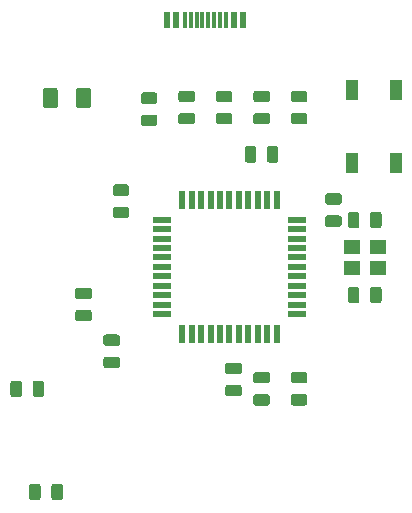
<source format=gbr>
G04 #@! TF.GenerationSoftware,KiCad,Pcbnew,(5.1.5)-3*
G04 #@! TF.CreationDate,2020-05-08T22:50:54-04:00*
G04 #@! TF.ProjectId,metropolislefty,6d657472-6f70-46f6-9c69-736c65667479,rev?*
G04 #@! TF.SameCoordinates,Original*
G04 #@! TF.FileFunction,Paste,Bot*
G04 #@! TF.FilePolarity,Positive*
%FSLAX46Y46*%
G04 Gerber Fmt 4.6, Leading zero omitted, Abs format (unit mm)*
G04 Created by KiCad (PCBNEW (5.1.5)-3) date 2020-05-08 22:50:54*
%MOMM*%
%LPD*%
G04 APERTURE LIST*
%ADD10C,0.100000*%
%ADD11R,0.600000X1.450000*%
%ADD12R,0.300000X1.450000*%
%ADD13R,1.500000X0.550000*%
%ADD14R,0.550000X1.500000*%
%ADD15R,1.400000X1.200000*%
%ADD16R,1.100000X1.800000*%
G04 APERTURE END LIST*
D10*
G36*
X92280142Y-95651174D02*
G01*
X92303803Y-95654684D01*
X92327007Y-95660496D01*
X92349529Y-95668554D01*
X92371153Y-95678782D01*
X92391670Y-95691079D01*
X92410883Y-95705329D01*
X92428607Y-95721393D01*
X92444671Y-95739117D01*
X92458921Y-95758330D01*
X92471218Y-95778847D01*
X92481446Y-95800471D01*
X92489504Y-95822993D01*
X92495316Y-95846197D01*
X92498826Y-95869858D01*
X92500000Y-95893750D01*
X92500000Y-96381250D01*
X92498826Y-96405142D01*
X92495316Y-96428803D01*
X92489504Y-96452007D01*
X92481446Y-96474529D01*
X92471218Y-96496153D01*
X92458921Y-96516670D01*
X92444671Y-96535883D01*
X92428607Y-96553607D01*
X92410883Y-96569671D01*
X92391670Y-96583921D01*
X92371153Y-96596218D01*
X92349529Y-96606446D01*
X92327007Y-96614504D01*
X92303803Y-96620316D01*
X92280142Y-96623826D01*
X92256250Y-96625000D01*
X91343750Y-96625000D01*
X91319858Y-96623826D01*
X91296197Y-96620316D01*
X91272993Y-96614504D01*
X91250471Y-96606446D01*
X91228847Y-96596218D01*
X91208330Y-96583921D01*
X91189117Y-96569671D01*
X91171393Y-96553607D01*
X91155329Y-96535883D01*
X91141079Y-96516670D01*
X91128782Y-96496153D01*
X91118554Y-96474529D01*
X91110496Y-96452007D01*
X91104684Y-96428803D01*
X91101174Y-96405142D01*
X91100000Y-96381250D01*
X91100000Y-95893750D01*
X91101174Y-95869858D01*
X91104684Y-95846197D01*
X91110496Y-95822993D01*
X91118554Y-95800471D01*
X91128782Y-95778847D01*
X91141079Y-95758330D01*
X91155329Y-95739117D01*
X91171393Y-95721393D01*
X91189117Y-95705329D01*
X91208330Y-95691079D01*
X91228847Y-95678782D01*
X91250471Y-95668554D01*
X91272993Y-95660496D01*
X91296197Y-95654684D01*
X91319858Y-95651174D01*
X91343750Y-95650000D01*
X92256250Y-95650000D01*
X92280142Y-95651174D01*
G37*
G36*
X92280142Y-93776174D02*
G01*
X92303803Y-93779684D01*
X92327007Y-93785496D01*
X92349529Y-93793554D01*
X92371153Y-93803782D01*
X92391670Y-93816079D01*
X92410883Y-93830329D01*
X92428607Y-93846393D01*
X92444671Y-93864117D01*
X92458921Y-93883330D01*
X92471218Y-93903847D01*
X92481446Y-93925471D01*
X92489504Y-93947993D01*
X92495316Y-93971197D01*
X92498826Y-93994858D01*
X92500000Y-94018750D01*
X92500000Y-94506250D01*
X92498826Y-94530142D01*
X92495316Y-94553803D01*
X92489504Y-94577007D01*
X92481446Y-94599529D01*
X92471218Y-94621153D01*
X92458921Y-94641670D01*
X92444671Y-94660883D01*
X92428607Y-94678607D01*
X92410883Y-94694671D01*
X92391670Y-94708921D01*
X92371153Y-94721218D01*
X92349529Y-94731446D01*
X92327007Y-94739504D01*
X92303803Y-94745316D01*
X92280142Y-94748826D01*
X92256250Y-94750000D01*
X91343750Y-94750000D01*
X91319858Y-94748826D01*
X91296197Y-94745316D01*
X91272993Y-94739504D01*
X91250471Y-94731446D01*
X91228847Y-94721218D01*
X91208330Y-94708921D01*
X91189117Y-94694671D01*
X91171393Y-94678607D01*
X91155329Y-94660883D01*
X91141079Y-94641670D01*
X91128782Y-94621153D01*
X91118554Y-94599529D01*
X91110496Y-94577007D01*
X91104684Y-94553803D01*
X91101174Y-94530142D01*
X91100000Y-94506250D01*
X91100000Y-94018750D01*
X91101174Y-93994858D01*
X91104684Y-93971197D01*
X91110496Y-93947993D01*
X91118554Y-93925471D01*
X91128782Y-93903847D01*
X91141079Y-93883330D01*
X91155329Y-93864117D01*
X91171393Y-93846393D01*
X91189117Y-93830329D01*
X91208330Y-93816079D01*
X91228847Y-93803782D01*
X91250471Y-93793554D01*
X91272993Y-93785496D01*
X91296197Y-93779684D01*
X91319858Y-93776174D01*
X91343750Y-93775000D01*
X92256250Y-93775000D01*
X92280142Y-93776174D01*
G37*
G36*
X83030142Y-86969924D02*
G01*
X83053803Y-86973434D01*
X83077007Y-86979246D01*
X83099529Y-86987304D01*
X83121153Y-86997532D01*
X83141670Y-87009829D01*
X83160883Y-87024079D01*
X83178607Y-87040143D01*
X83194671Y-87057867D01*
X83208921Y-87077080D01*
X83221218Y-87097597D01*
X83231446Y-87119221D01*
X83239504Y-87141743D01*
X83245316Y-87164947D01*
X83248826Y-87188608D01*
X83250000Y-87212500D01*
X83250000Y-87700000D01*
X83248826Y-87723892D01*
X83245316Y-87747553D01*
X83239504Y-87770757D01*
X83231446Y-87793279D01*
X83221218Y-87814903D01*
X83208921Y-87835420D01*
X83194671Y-87854633D01*
X83178607Y-87872357D01*
X83160883Y-87888421D01*
X83141670Y-87902671D01*
X83121153Y-87914968D01*
X83099529Y-87925196D01*
X83077007Y-87933254D01*
X83053803Y-87939066D01*
X83030142Y-87942576D01*
X83006250Y-87943750D01*
X82093750Y-87943750D01*
X82069858Y-87942576D01*
X82046197Y-87939066D01*
X82022993Y-87933254D01*
X82000471Y-87925196D01*
X81978847Y-87914968D01*
X81958330Y-87902671D01*
X81939117Y-87888421D01*
X81921393Y-87872357D01*
X81905329Y-87854633D01*
X81891079Y-87835420D01*
X81878782Y-87814903D01*
X81868554Y-87793279D01*
X81860496Y-87770757D01*
X81854684Y-87747553D01*
X81851174Y-87723892D01*
X81850000Y-87700000D01*
X81850000Y-87212500D01*
X81851174Y-87188608D01*
X81854684Y-87164947D01*
X81860496Y-87141743D01*
X81868554Y-87119221D01*
X81878782Y-87097597D01*
X81891079Y-87077080D01*
X81905329Y-87057867D01*
X81921393Y-87040143D01*
X81939117Y-87024079D01*
X81958330Y-87009829D01*
X81978847Y-86997532D01*
X82000471Y-86987304D01*
X82022993Y-86979246D01*
X82046197Y-86973434D01*
X82069858Y-86969924D01*
X82093750Y-86968750D01*
X83006250Y-86968750D01*
X83030142Y-86969924D01*
G37*
G36*
X83030142Y-85094924D02*
G01*
X83053803Y-85098434D01*
X83077007Y-85104246D01*
X83099529Y-85112304D01*
X83121153Y-85122532D01*
X83141670Y-85134829D01*
X83160883Y-85149079D01*
X83178607Y-85165143D01*
X83194671Y-85182867D01*
X83208921Y-85202080D01*
X83221218Y-85222597D01*
X83231446Y-85244221D01*
X83239504Y-85266743D01*
X83245316Y-85289947D01*
X83248826Y-85313608D01*
X83250000Y-85337500D01*
X83250000Y-85825000D01*
X83248826Y-85848892D01*
X83245316Y-85872553D01*
X83239504Y-85895757D01*
X83231446Y-85918279D01*
X83221218Y-85939903D01*
X83208921Y-85960420D01*
X83194671Y-85979633D01*
X83178607Y-85997357D01*
X83160883Y-86013421D01*
X83141670Y-86027671D01*
X83121153Y-86039968D01*
X83099529Y-86050196D01*
X83077007Y-86058254D01*
X83053803Y-86064066D01*
X83030142Y-86067576D01*
X83006250Y-86068750D01*
X82093750Y-86068750D01*
X82069858Y-86067576D01*
X82046197Y-86064066D01*
X82022993Y-86058254D01*
X82000471Y-86050196D01*
X81978847Y-86039968D01*
X81958330Y-86027671D01*
X81939117Y-86013421D01*
X81921393Y-85997357D01*
X81905329Y-85979633D01*
X81891079Y-85960420D01*
X81878782Y-85939903D01*
X81868554Y-85918279D01*
X81860496Y-85895757D01*
X81854684Y-85872553D01*
X81851174Y-85848892D01*
X81850000Y-85825000D01*
X81850000Y-85337500D01*
X81851174Y-85313608D01*
X81854684Y-85289947D01*
X81860496Y-85266743D01*
X81868554Y-85244221D01*
X81878782Y-85222597D01*
X81891079Y-85202080D01*
X81905329Y-85182867D01*
X81921393Y-85165143D01*
X81939117Y-85149079D01*
X81958330Y-85134829D01*
X81978847Y-85122532D01*
X82000471Y-85112304D01*
X82022993Y-85104246D01*
X82046197Y-85098434D01*
X82069858Y-85094924D01*
X82093750Y-85093750D01*
X83006250Y-85093750D01*
X83030142Y-85094924D01*
G37*
D11*
X84187500Y-79132500D03*
X77737500Y-79132500D03*
X83412500Y-79132500D03*
X78512500Y-79132500D03*
D12*
X79212500Y-79132500D03*
X82712500Y-79132500D03*
X79712500Y-79132500D03*
X82212500Y-79132500D03*
X80212500Y-79132500D03*
X81712500Y-79132500D03*
X81212500Y-79132500D03*
X80712500Y-79132500D03*
D10*
G36*
X86205142Y-86969924D02*
G01*
X86228803Y-86973434D01*
X86252007Y-86979246D01*
X86274529Y-86987304D01*
X86296153Y-86997532D01*
X86316670Y-87009829D01*
X86335883Y-87024079D01*
X86353607Y-87040143D01*
X86369671Y-87057867D01*
X86383921Y-87077080D01*
X86396218Y-87097597D01*
X86406446Y-87119221D01*
X86414504Y-87141743D01*
X86420316Y-87164947D01*
X86423826Y-87188608D01*
X86425000Y-87212500D01*
X86425000Y-87700000D01*
X86423826Y-87723892D01*
X86420316Y-87747553D01*
X86414504Y-87770757D01*
X86406446Y-87793279D01*
X86396218Y-87814903D01*
X86383921Y-87835420D01*
X86369671Y-87854633D01*
X86353607Y-87872357D01*
X86335883Y-87888421D01*
X86316670Y-87902671D01*
X86296153Y-87914968D01*
X86274529Y-87925196D01*
X86252007Y-87933254D01*
X86228803Y-87939066D01*
X86205142Y-87942576D01*
X86181250Y-87943750D01*
X85268750Y-87943750D01*
X85244858Y-87942576D01*
X85221197Y-87939066D01*
X85197993Y-87933254D01*
X85175471Y-87925196D01*
X85153847Y-87914968D01*
X85133330Y-87902671D01*
X85114117Y-87888421D01*
X85096393Y-87872357D01*
X85080329Y-87854633D01*
X85066079Y-87835420D01*
X85053782Y-87814903D01*
X85043554Y-87793279D01*
X85035496Y-87770757D01*
X85029684Y-87747553D01*
X85026174Y-87723892D01*
X85025000Y-87700000D01*
X85025000Y-87212500D01*
X85026174Y-87188608D01*
X85029684Y-87164947D01*
X85035496Y-87141743D01*
X85043554Y-87119221D01*
X85053782Y-87097597D01*
X85066079Y-87077080D01*
X85080329Y-87057867D01*
X85096393Y-87040143D01*
X85114117Y-87024079D01*
X85133330Y-87009829D01*
X85153847Y-86997532D01*
X85175471Y-86987304D01*
X85197993Y-86979246D01*
X85221197Y-86973434D01*
X85244858Y-86969924D01*
X85268750Y-86968750D01*
X86181250Y-86968750D01*
X86205142Y-86969924D01*
G37*
G36*
X86205142Y-85094924D02*
G01*
X86228803Y-85098434D01*
X86252007Y-85104246D01*
X86274529Y-85112304D01*
X86296153Y-85122532D01*
X86316670Y-85134829D01*
X86335883Y-85149079D01*
X86353607Y-85165143D01*
X86369671Y-85182867D01*
X86383921Y-85202080D01*
X86396218Y-85222597D01*
X86406446Y-85244221D01*
X86414504Y-85266743D01*
X86420316Y-85289947D01*
X86423826Y-85313608D01*
X86425000Y-85337500D01*
X86425000Y-85825000D01*
X86423826Y-85848892D01*
X86420316Y-85872553D01*
X86414504Y-85895757D01*
X86406446Y-85918279D01*
X86396218Y-85939903D01*
X86383921Y-85960420D01*
X86369671Y-85979633D01*
X86353607Y-85997357D01*
X86335883Y-86013421D01*
X86316670Y-86027671D01*
X86296153Y-86039968D01*
X86274529Y-86050196D01*
X86252007Y-86058254D01*
X86228803Y-86064066D01*
X86205142Y-86067576D01*
X86181250Y-86068750D01*
X85268750Y-86068750D01*
X85244858Y-86067576D01*
X85221197Y-86064066D01*
X85197993Y-86058254D01*
X85175471Y-86050196D01*
X85153847Y-86039968D01*
X85133330Y-86027671D01*
X85114117Y-86013421D01*
X85096393Y-85997357D01*
X85080329Y-85979633D01*
X85066079Y-85960420D01*
X85053782Y-85939903D01*
X85043554Y-85918279D01*
X85035496Y-85895757D01*
X85029684Y-85872553D01*
X85026174Y-85848892D01*
X85025000Y-85825000D01*
X85025000Y-85337500D01*
X85026174Y-85313608D01*
X85029684Y-85289947D01*
X85035496Y-85266743D01*
X85043554Y-85244221D01*
X85053782Y-85222597D01*
X85066079Y-85202080D01*
X85080329Y-85182867D01*
X85096393Y-85165143D01*
X85114117Y-85149079D01*
X85133330Y-85134829D01*
X85153847Y-85122532D01*
X85175471Y-85112304D01*
X85197993Y-85104246D01*
X85221197Y-85098434D01*
X85244858Y-85094924D01*
X85268750Y-85093750D01*
X86181250Y-85093750D01*
X86205142Y-85094924D01*
G37*
G36*
X76680142Y-85238674D02*
G01*
X76703803Y-85242184D01*
X76727007Y-85247996D01*
X76749529Y-85256054D01*
X76771153Y-85266282D01*
X76791670Y-85278579D01*
X76810883Y-85292829D01*
X76828607Y-85308893D01*
X76844671Y-85326617D01*
X76858921Y-85345830D01*
X76871218Y-85366347D01*
X76881446Y-85387971D01*
X76889504Y-85410493D01*
X76895316Y-85433697D01*
X76898826Y-85457358D01*
X76900000Y-85481250D01*
X76900000Y-85968750D01*
X76898826Y-85992642D01*
X76895316Y-86016303D01*
X76889504Y-86039507D01*
X76881446Y-86062029D01*
X76871218Y-86083653D01*
X76858921Y-86104170D01*
X76844671Y-86123383D01*
X76828607Y-86141107D01*
X76810883Y-86157171D01*
X76791670Y-86171421D01*
X76771153Y-86183718D01*
X76749529Y-86193946D01*
X76727007Y-86202004D01*
X76703803Y-86207816D01*
X76680142Y-86211326D01*
X76656250Y-86212500D01*
X75743750Y-86212500D01*
X75719858Y-86211326D01*
X75696197Y-86207816D01*
X75672993Y-86202004D01*
X75650471Y-86193946D01*
X75628847Y-86183718D01*
X75608330Y-86171421D01*
X75589117Y-86157171D01*
X75571393Y-86141107D01*
X75555329Y-86123383D01*
X75541079Y-86104170D01*
X75528782Y-86083653D01*
X75518554Y-86062029D01*
X75510496Y-86039507D01*
X75504684Y-86016303D01*
X75501174Y-85992642D01*
X75500000Y-85968750D01*
X75500000Y-85481250D01*
X75501174Y-85457358D01*
X75504684Y-85433697D01*
X75510496Y-85410493D01*
X75518554Y-85387971D01*
X75528782Y-85366347D01*
X75541079Y-85345830D01*
X75555329Y-85326617D01*
X75571393Y-85308893D01*
X75589117Y-85292829D01*
X75608330Y-85278579D01*
X75628847Y-85266282D01*
X75650471Y-85256054D01*
X75672993Y-85247996D01*
X75696197Y-85242184D01*
X75719858Y-85238674D01*
X75743750Y-85237500D01*
X76656250Y-85237500D01*
X76680142Y-85238674D01*
G37*
G36*
X76680142Y-87113674D02*
G01*
X76703803Y-87117184D01*
X76727007Y-87122996D01*
X76749529Y-87131054D01*
X76771153Y-87141282D01*
X76791670Y-87153579D01*
X76810883Y-87167829D01*
X76828607Y-87183893D01*
X76844671Y-87201617D01*
X76858921Y-87220830D01*
X76871218Y-87241347D01*
X76881446Y-87262971D01*
X76889504Y-87285493D01*
X76895316Y-87308697D01*
X76898826Y-87332358D01*
X76900000Y-87356250D01*
X76900000Y-87843750D01*
X76898826Y-87867642D01*
X76895316Y-87891303D01*
X76889504Y-87914507D01*
X76881446Y-87937029D01*
X76871218Y-87958653D01*
X76858921Y-87979170D01*
X76844671Y-87998383D01*
X76828607Y-88016107D01*
X76810883Y-88032171D01*
X76791670Y-88046421D01*
X76771153Y-88058718D01*
X76749529Y-88068946D01*
X76727007Y-88077004D01*
X76703803Y-88082816D01*
X76680142Y-88086326D01*
X76656250Y-88087500D01*
X75743750Y-88087500D01*
X75719858Y-88086326D01*
X75696197Y-88082816D01*
X75672993Y-88077004D01*
X75650471Y-88068946D01*
X75628847Y-88058718D01*
X75608330Y-88046421D01*
X75589117Y-88032171D01*
X75571393Y-88016107D01*
X75555329Y-87998383D01*
X75541079Y-87979170D01*
X75528782Y-87958653D01*
X75518554Y-87937029D01*
X75510496Y-87914507D01*
X75504684Y-87891303D01*
X75501174Y-87867642D01*
X75500000Y-87843750D01*
X75500000Y-87356250D01*
X75501174Y-87332358D01*
X75504684Y-87308697D01*
X75510496Y-87285493D01*
X75518554Y-87262971D01*
X75528782Y-87241347D01*
X75541079Y-87220830D01*
X75555329Y-87201617D01*
X75571393Y-87183893D01*
X75589117Y-87167829D01*
X75608330Y-87153579D01*
X75628847Y-87141282D01*
X75650471Y-87131054D01*
X75672993Y-87122996D01*
X75696197Y-87117184D01*
X75719858Y-87113674D01*
X75743750Y-87112500D01*
X76656250Y-87112500D01*
X76680142Y-87113674D01*
G37*
G36*
X68673892Y-118363674D02*
G01*
X68697553Y-118367184D01*
X68720757Y-118372996D01*
X68743279Y-118381054D01*
X68764903Y-118391282D01*
X68785420Y-118403579D01*
X68804633Y-118417829D01*
X68822357Y-118433893D01*
X68838421Y-118451617D01*
X68852671Y-118470830D01*
X68864968Y-118491347D01*
X68875196Y-118512971D01*
X68883254Y-118535493D01*
X68889066Y-118558697D01*
X68892576Y-118582358D01*
X68893750Y-118606250D01*
X68893750Y-119518750D01*
X68892576Y-119542642D01*
X68889066Y-119566303D01*
X68883254Y-119589507D01*
X68875196Y-119612029D01*
X68864968Y-119633653D01*
X68852671Y-119654170D01*
X68838421Y-119673383D01*
X68822357Y-119691107D01*
X68804633Y-119707171D01*
X68785420Y-119721421D01*
X68764903Y-119733718D01*
X68743279Y-119743946D01*
X68720757Y-119752004D01*
X68697553Y-119757816D01*
X68673892Y-119761326D01*
X68650000Y-119762500D01*
X68162500Y-119762500D01*
X68138608Y-119761326D01*
X68114947Y-119757816D01*
X68091743Y-119752004D01*
X68069221Y-119743946D01*
X68047597Y-119733718D01*
X68027080Y-119721421D01*
X68007867Y-119707171D01*
X67990143Y-119691107D01*
X67974079Y-119673383D01*
X67959829Y-119654170D01*
X67947532Y-119633653D01*
X67937304Y-119612029D01*
X67929246Y-119589507D01*
X67923434Y-119566303D01*
X67919924Y-119542642D01*
X67918750Y-119518750D01*
X67918750Y-118606250D01*
X67919924Y-118582358D01*
X67923434Y-118558697D01*
X67929246Y-118535493D01*
X67937304Y-118512971D01*
X67947532Y-118491347D01*
X67959829Y-118470830D01*
X67974079Y-118451617D01*
X67990143Y-118433893D01*
X68007867Y-118417829D01*
X68027080Y-118403579D01*
X68047597Y-118391282D01*
X68069221Y-118381054D01*
X68091743Y-118372996D01*
X68114947Y-118367184D01*
X68138608Y-118363674D01*
X68162500Y-118362500D01*
X68650000Y-118362500D01*
X68673892Y-118363674D01*
G37*
G36*
X66798892Y-118363674D02*
G01*
X66822553Y-118367184D01*
X66845757Y-118372996D01*
X66868279Y-118381054D01*
X66889903Y-118391282D01*
X66910420Y-118403579D01*
X66929633Y-118417829D01*
X66947357Y-118433893D01*
X66963421Y-118451617D01*
X66977671Y-118470830D01*
X66989968Y-118491347D01*
X67000196Y-118512971D01*
X67008254Y-118535493D01*
X67014066Y-118558697D01*
X67017576Y-118582358D01*
X67018750Y-118606250D01*
X67018750Y-119518750D01*
X67017576Y-119542642D01*
X67014066Y-119566303D01*
X67008254Y-119589507D01*
X67000196Y-119612029D01*
X66989968Y-119633653D01*
X66977671Y-119654170D01*
X66963421Y-119673383D01*
X66947357Y-119691107D01*
X66929633Y-119707171D01*
X66910420Y-119721421D01*
X66889903Y-119733718D01*
X66868279Y-119743946D01*
X66845757Y-119752004D01*
X66822553Y-119757816D01*
X66798892Y-119761326D01*
X66775000Y-119762500D01*
X66287500Y-119762500D01*
X66263608Y-119761326D01*
X66239947Y-119757816D01*
X66216743Y-119752004D01*
X66194221Y-119743946D01*
X66172597Y-119733718D01*
X66152080Y-119721421D01*
X66132867Y-119707171D01*
X66115143Y-119691107D01*
X66099079Y-119673383D01*
X66084829Y-119654170D01*
X66072532Y-119633653D01*
X66062304Y-119612029D01*
X66054246Y-119589507D01*
X66048434Y-119566303D01*
X66044924Y-119542642D01*
X66043750Y-119518750D01*
X66043750Y-118606250D01*
X66044924Y-118582358D01*
X66048434Y-118558697D01*
X66054246Y-118535493D01*
X66062304Y-118512971D01*
X66072532Y-118491347D01*
X66084829Y-118470830D01*
X66099079Y-118451617D01*
X66115143Y-118433893D01*
X66132867Y-118417829D01*
X66152080Y-118403579D01*
X66172597Y-118391282D01*
X66194221Y-118381054D01*
X66216743Y-118372996D01*
X66239947Y-118367184D01*
X66263608Y-118363674D01*
X66287500Y-118362500D01*
X66775000Y-118362500D01*
X66798892Y-118363674D01*
G37*
G36*
X73505142Y-107607424D02*
G01*
X73528803Y-107610934D01*
X73552007Y-107616746D01*
X73574529Y-107624804D01*
X73596153Y-107635032D01*
X73616670Y-107647329D01*
X73635883Y-107661579D01*
X73653607Y-107677643D01*
X73669671Y-107695367D01*
X73683921Y-107714580D01*
X73696218Y-107735097D01*
X73706446Y-107756721D01*
X73714504Y-107779243D01*
X73720316Y-107802447D01*
X73723826Y-107826108D01*
X73725000Y-107850000D01*
X73725000Y-108337500D01*
X73723826Y-108361392D01*
X73720316Y-108385053D01*
X73714504Y-108408257D01*
X73706446Y-108430779D01*
X73696218Y-108452403D01*
X73683921Y-108472920D01*
X73669671Y-108492133D01*
X73653607Y-108509857D01*
X73635883Y-108525921D01*
X73616670Y-108540171D01*
X73596153Y-108552468D01*
X73574529Y-108562696D01*
X73552007Y-108570754D01*
X73528803Y-108576566D01*
X73505142Y-108580076D01*
X73481250Y-108581250D01*
X72568750Y-108581250D01*
X72544858Y-108580076D01*
X72521197Y-108576566D01*
X72497993Y-108570754D01*
X72475471Y-108562696D01*
X72453847Y-108552468D01*
X72433330Y-108540171D01*
X72414117Y-108525921D01*
X72396393Y-108509857D01*
X72380329Y-108492133D01*
X72366079Y-108472920D01*
X72353782Y-108452403D01*
X72343554Y-108430779D01*
X72335496Y-108408257D01*
X72329684Y-108385053D01*
X72326174Y-108361392D01*
X72325000Y-108337500D01*
X72325000Y-107850000D01*
X72326174Y-107826108D01*
X72329684Y-107802447D01*
X72335496Y-107779243D01*
X72343554Y-107756721D01*
X72353782Y-107735097D01*
X72366079Y-107714580D01*
X72380329Y-107695367D01*
X72396393Y-107677643D01*
X72414117Y-107661579D01*
X72433330Y-107647329D01*
X72453847Y-107635032D01*
X72475471Y-107624804D01*
X72497993Y-107616746D01*
X72521197Y-107610934D01*
X72544858Y-107607424D01*
X72568750Y-107606250D01*
X73481250Y-107606250D01*
X73505142Y-107607424D01*
G37*
G36*
X73505142Y-105732424D02*
G01*
X73528803Y-105735934D01*
X73552007Y-105741746D01*
X73574529Y-105749804D01*
X73596153Y-105760032D01*
X73616670Y-105772329D01*
X73635883Y-105786579D01*
X73653607Y-105802643D01*
X73669671Y-105820367D01*
X73683921Y-105839580D01*
X73696218Y-105860097D01*
X73706446Y-105881721D01*
X73714504Y-105904243D01*
X73720316Y-105927447D01*
X73723826Y-105951108D01*
X73725000Y-105975000D01*
X73725000Y-106462500D01*
X73723826Y-106486392D01*
X73720316Y-106510053D01*
X73714504Y-106533257D01*
X73706446Y-106555779D01*
X73696218Y-106577403D01*
X73683921Y-106597920D01*
X73669671Y-106617133D01*
X73653607Y-106634857D01*
X73635883Y-106650921D01*
X73616670Y-106665171D01*
X73596153Y-106677468D01*
X73574529Y-106687696D01*
X73552007Y-106695754D01*
X73528803Y-106701566D01*
X73505142Y-106705076D01*
X73481250Y-106706250D01*
X72568750Y-106706250D01*
X72544858Y-106705076D01*
X72521197Y-106701566D01*
X72497993Y-106695754D01*
X72475471Y-106687696D01*
X72453847Y-106677468D01*
X72433330Y-106665171D01*
X72414117Y-106650921D01*
X72396393Y-106634857D01*
X72380329Y-106617133D01*
X72366079Y-106597920D01*
X72353782Y-106577403D01*
X72343554Y-106555779D01*
X72335496Y-106533257D01*
X72329684Y-106510053D01*
X72326174Y-106486392D01*
X72325000Y-106462500D01*
X72325000Y-105975000D01*
X72326174Y-105951108D01*
X72329684Y-105927447D01*
X72335496Y-105904243D01*
X72343554Y-105881721D01*
X72353782Y-105860097D01*
X72366079Y-105839580D01*
X72380329Y-105820367D01*
X72396393Y-105802643D01*
X72414117Y-105786579D01*
X72433330Y-105772329D01*
X72453847Y-105760032D01*
X72475471Y-105749804D01*
X72497993Y-105741746D01*
X72521197Y-105735934D01*
X72544858Y-105732424D01*
X72568750Y-105731250D01*
X73481250Y-105731250D01*
X73505142Y-105732424D01*
G37*
G36*
X86205142Y-108907424D02*
G01*
X86228803Y-108910934D01*
X86252007Y-108916746D01*
X86274529Y-108924804D01*
X86296153Y-108935032D01*
X86316670Y-108947329D01*
X86335883Y-108961579D01*
X86353607Y-108977643D01*
X86369671Y-108995367D01*
X86383921Y-109014580D01*
X86396218Y-109035097D01*
X86406446Y-109056721D01*
X86414504Y-109079243D01*
X86420316Y-109102447D01*
X86423826Y-109126108D01*
X86425000Y-109150000D01*
X86425000Y-109637500D01*
X86423826Y-109661392D01*
X86420316Y-109685053D01*
X86414504Y-109708257D01*
X86406446Y-109730779D01*
X86396218Y-109752403D01*
X86383921Y-109772920D01*
X86369671Y-109792133D01*
X86353607Y-109809857D01*
X86335883Y-109825921D01*
X86316670Y-109840171D01*
X86296153Y-109852468D01*
X86274529Y-109862696D01*
X86252007Y-109870754D01*
X86228803Y-109876566D01*
X86205142Y-109880076D01*
X86181250Y-109881250D01*
X85268750Y-109881250D01*
X85244858Y-109880076D01*
X85221197Y-109876566D01*
X85197993Y-109870754D01*
X85175471Y-109862696D01*
X85153847Y-109852468D01*
X85133330Y-109840171D01*
X85114117Y-109825921D01*
X85096393Y-109809857D01*
X85080329Y-109792133D01*
X85066079Y-109772920D01*
X85053782Y-109752403D01*
X85043554Y-109730779D01*
X85035496Y-109708257D01*
X85029684Y-109685053D01*
X85026174Y-109661392D01*
X85025000Y-109637500D01*
X85025000Y-109150000D01*
X85026174Y-109126108D01*
X85029684Y-109102447D01*
X85035496Y-109079243D01*
X85043554Y-109056721D01*
X85053782Y-109035097D01*
X85066079Y-109014580D01*
X85080329Y-108995367D01*
X85096393Y-108977643D01*
X85114117Y-108961579D01*
X85133330Y-108947329D01*
X85153847Y-108935032D01*
X85175471Y-108924804D01*
X85197993Y-108916746D01*
X85221197Y-108910934D01*
X85244858Y-108907424D01*
X85268750Y-108906250D01*
X86181250Y-108906250D01*
X86205142Y-108907424D01*
G37*
G36*
X86205142Y-110782424D02*
G01*
X86228803Y-110785934D01*
X86252007Y-110791746D01*
X86274529Y-110799804D01*
X86296153Y-110810032D01*
X86316670Y-110822329D01*
X86335883Y-110836579D01*
X86353607Y-110852643D01*
X86369671Y-110870367D01*
X86383921Y-110889580D01*
X86396218Y-110910097D01*
X86406446Y-110931721D01*
X86414504Y-110954243D01*
X86420316Y-110977447D01*
X86423826Y-111001108D01*
X86425000Y-111025000D01*
X86425000Y-111512500D01*
X86423826Y-111536392D01*
X86420316Y-111560053D01*
X86414504Y-111583257D01*
X86406446Y-111605779D01*
X86396218Y-111627403D01*
X86383921Y-111647920D01*
X86369671Y-111667133D01*
X86353607Y-111684857D01*
X86335883Y-111700921D01*
X86316670Y-111715171D01*
X86296153Y-111727468D01*
X86274529Y-111737696D01*
X86252007Y-111745754D01*
X86228803Y-111751566D01*
X86205142Y-111755076D01*
X86181250Y-111756250D01*
X85268750Y-111756250D01*
X85244858Y-111755076D01*
X85221197Y-111751566D01*
X85197993Y-111745754D01*
X85175471Y-111737696D01*
X85153847Y-111727468D01*
X85133330Y-111715171D01*
X85114117Y-111700921D01*
X85096393Y-111684857D01*
X85080329Y-111667133D01*
X85066079Y-111647920D01*
X85053782Y-111627403D01*
X85043554Y-111605779D01*
X85035496Y-111583257D01*
X85029684Y-111560053D01*
X85026174Y-111536392D01*
X85025000Y-111512500D01*
X85025000Y-111025000D01*
X85026174Y-111001108D01*
X85029684Y-110977447D01*
X85035496Y-110954243D01*
X85043554Y-110931721D01*
X85053782Y-110910097D01*
X85066079Y-110889580D01*
X85080329Y-110870367D01*
X85096393Y-110852643D01*
X85114117Y-110836579D01*
X85133330Y-110822329D01*
X85153847Y-110810032D01*
X85175471Y-110799804D01*
X85197993Y-110791746D01*
X85221197Y-110785934D01*
X85244858Y-110782424D01*
X85268750Y-110781250D01*
X86181250Y-110781250D01*
X86205142Y-110782424D01*
G37*
G36*
X89380142Y-108907424D02*
G01*
X89403803Y-108910934D01*
X89427007Y-108916746D01*
X89449529Y-108924804D01*
X89471153Y-108935032D01*
X89491670Y-108947329D01*
X89510883Y-108961579D01*
X89528607Y-108977643D01*
X89544671Y-108995367D01*
X89558921Y-109014580D01*
X89571218Y-109035097D01*
X89581446Y-109056721D01*
X89589504Y-109079243D01*
X89595316Y-109102447D01*
X89598826Y-109126108D01*
X89600000Y-109150000D01*
X89600000Y-109637500D01*
X89598826Y-109661392D01*
X89595316Y-109685053D01*
X89589504Y-109708257D01*
X89581446Y-109730779D01*
X89571218Y-109752403D01*
X89558921Y-109772920D01*
X89544671Y-109792133D01*
X89528607Y-109809857D01*
X89510883Y-109825921D01*
X89491670Y-109840171D01*
X89471153Y-109852468D01*
X89449529Y-109862696D01*
X89427007Y-109870754D01*
X89403803Y-109876566D01*
X89380142Y-109880076D01*
X89356250Y-109881250D01*
X88443750Y-109881250D01*
X88419858Y-109880076D01*
X88396197Y-109876566D01*
X88372993Y-109870754D01*
X88350471Y-109862696D01*
X88328847Y-109852468D01*
X88308330Y-109840171D01*
X88289117Y-109825921D01*
X88271393Y-109809857D01*
X88255329Y-109792133D01*
X88241079Y-109772920D01*
X88228782Y-109752403D01*
X88218554Y-109730779D01*
X88210496Y-109708257D01*
X88204684Y-109685053D01*
X88201174Y-109661392D01*
X88200000Y-109637500D01*
X88200000Y-109150000D01*
X88201174Y-109126108D01*
X88204684Y-109102447D01*
X88210496Y-109079243D01*
X88218554Y-109056721D01*
X88228782Y-109035097D01*
X88241079Y-109014580D01*
X88255329Y-108995367D01*
X88271393Y-108977643D01*
X88289117Y-108961579D01*
X88308330Y-108947329D01*
X88328847Y-108935032D01*
X88350471Y-108924804D01*
X88372993Y-108916746D01*
X88396197Y-108910934D01*
X88419858Y-108907424D01*
X88443750Y-108906250D01*
X89356250Y-108906250D01*
X89380142Y-108907424D01*
G37*
G36*
X89380142Y-110782424D02*
G01*
X89403803Y-110785934D01*
X89427007Y-110791746D01*
X89449529Y-110799804D01*
X89471153Y-110810032D01*
X89491670Y-110822329D01*
X89510883Y-110836579D01*
X89528607Y-110852643D01*
X89544671Y-110870367D01*
X89558921Y-110889580D01*
X89571218Y-110910097D01*
X89581446Y-110931721D01*
X89589504Y-110954243D01*
X89595316Y-110977447D01*
X89598826Y-111001108D01*
X89600000Y-111025000D01*
X89600000Y-111512500D01*
X89598826Y-111536392D01*
X89595316Y-111560053D01*
X89589504Y-111583257D01*
X89581446Y-111605779D01*
X89571218Y-111627403D01*
X89558921Y-111647920D01*
X89544671Y-111667133D01*
X89528607Y-111684857D01*
X89510883Y-111700921D01*
X89491670Y-111715171D01*
X89471153Y-111727468D01*
X89449529Y-111737696D01*
X89427007Y-111745754D01*
X89403803Y-111751566D01*
X89380142Y-111755076D01*
X89356250Y-111756250D01*
X88443750Y-111756250D01*
X88419858Y-111755076D01*
X88396197Y-111751566D01*
X88372993Y-111745754D01*
X88350471Y-111737696D01*
X88328847Y-111727468D01*
X88308330Y-111715171D01*
X88289117Y-111700921D01*
X88271393Y-111684857D01*
X88255329Y-111667133D01*
X88241079Y-111647920D01*
X88228782Y-111627403D01*
X88218554Y-111605779D01*
X88210496Y-111583257D01*
X88204684Y-111560053D01*
X88201174Y-111536392D01*
X88200000Y-111512500D01*
X88200000Y-111025000D01*
X88201174Y-111001108D01*
X88204684Y-110977447D01*
X88210496Y-110954243D01*
X88218554Y-110931721D01*
X88228782Y-110910097D01*
X88241079Y-110889580D01*
X88255329Y-110870367D01*
X88271393Y-110852643D01*
X88289117Y-110836579D01*
X88308330Y-110822329D01*
X88328847Y-110810032D01*
X88350471Y-110799804D01*
X88372993Y-110791746D01*
X88396197Y-110785934D01*
X88419858Y-110782424D01*
X88443750Y-110781250D01*
X89356250Y-110781250D01*
X89380142Y-110782424D01*
G37*
G36*
X83823892Y-108113674D02*
G01*
X83847553Y-108117184D01*
X83870757Y-108122996D01*
X83893279Y-108131054D01*
X83914903Y-108141282D01*
X83935420Y-108153579D01*
X83954633Y-108167829D01*
X83972357Y-108183893D01*
X83988421Y-108201617D01*
X84002671Y-108220830D01*
X84014968Y-108241347D01*
X84025196Y-108262971D01*
X84033254Y-108285493D01*
X84039066Y-108308697D01*
X84042576Y-108332358D01*
X84043750Y-108356250D01*
X84043750Y-108843750D01*
X84042576Y-108867642D01*
X84039066Y-108891303D01*
X84033254Y-108914507D01*
X84025196Y-108937029D01*
X84014968Y-108958653D01*
X84002671Y-108979170D01*
X83988421Y-108998383D01*
X83972357Y-109016107D01*
X83954633Y-109032171D01*
X83935420Y-109046421D01*
X83914903Y-109058718D01*
X83893279Y-109068946D01*
X83870757Y-109077004D01*
X83847553Y-109082816D01*
X83823892Y-109086326D01*
X83800000Y-109087500D01*
X82887500Y-109087500D01*
X82863608Y-109086326D01*
X82839947Y-109082816D01*
X82816743Y-109077004D01*
X82794221Y-109068946D01*
X82772597Y-109058718D01*
X82752080Y-109046421D01*
X82732867Y-109032171D01*
X82715143Y-109016107D01*
X82699079Y-108998383D01*
X82684829Y-108979170D01*
X82672532Y-108958653D01*
X82662304Y-108937029D01*
X82654246Y-108914507D01*
X82648434Y-108891303D01*
X82644924Y-108867642D01*
X82643750Y-108843750D01*
X82643750Y-108356250D01*
X82644924Y-108332358D01*
X82648434Y-108308697D01*
X82654246Y-108285493D01*
X82662304Y-108262971D01*
X82672532Y-108241347D01*
X82684829Y-108220830D01*
X82699079Y-108201617D01*
X82715143Y-108183893D01*
X82732867Y-108167829D01*
X82752080Y-108153579D01*
X82772597Y-108141282D01*
X82794221Y-108131054D01*
X82816743Y-108122996D01*
X82839947Y-108117184D01*
X82863608Y-108113674D01*
X82887500Y-108112500D01*
X83800000Y-108112500D01*
X83823892Y-108113674D01*
G37*
G36*
X83823892Y-109988674D02*
G01*
X83847553Y-109992184D01*
X83870757Y-109997996D01*
X83893279Y-110006054D01*
X83914903Y-110016282D01*
X83935420Y-110028579D01*
X83954633Y-110042829D01*
X83972357Y-110058893D01*
X83988421Y-110076617D01*
X84002671Y-110095830D01*
X84014968Y-110116347D01*
X84025196Y-110137971D01*
X84033254Y-110160493D01*
X84039066Y-110183697D01*
X84042576Y-110207358D01*
X84043750Y-110231250D01*
X84043750Y-110718750D01*
X84042576Y-110742642D01*
X84039066Y-110766303D01*
X84033254Y-110789507D01*
X84025196Y-110812029D01*
X84014968Y-110833653D01*
X84002671Y-110854170D01*
X83988421Y-110873383D01*
X83972357Y-110891107D01*
X83954633Y-110907171D01*
X83935420Y-110921421D01*
X83914903Y-110933718D01*
X83893279Y-110943946D01*
X83870757Y-110952004D01*
X83847553Y-110957816D01*
X83823892Y-110961326D01*
X83800000Y-110962500D01*
X82887500Y-110962500D01*
X82863608Y-110961326D01*
X82839947Y-110957816D01*
X82816743Y-110952004D01*
X82794221Y-110943946D01*
X82772597Y-110933718D01*
X82752080Y-110921421D01*
X82732867Y-110907171D01*
X82715143Y-110891107D01*
X82699079Y-110873383D01*
X82684829Y-110854170D01*
X82672532Y-110833653D01*
X82662304Y-110812029D01*
X82654246Y-110789507D01*
X82648434Y-110766303D01*
X82644924Y-110742642D01*
X82643750Y-110718750D01*
X82643750Y-110231250D01*
X82644924Y-110207358D01*
X82648434Y-110183697D01*
X82654246Y-110160493D01*
X82662304Y-110137971D01*
X82672532Y-110116347D01*
X82684829Y-110095830D01*
X82699079Y-110076617D01*
X82715143Y-110058893D01*
X82732867Y-110042829D01*
X82752080Y-110028579D01*
X82772597Y-110016282D01*
X82794221Y-110006054D01*
X82816743Y-109997996D01*
X82839947Y-109992184D01*
X82863608Y-109988674D01*
X82887500Y-109987500D01*
X83800000Y-109987500D01*
X83823892Y-109988674D01*
G37*
G36*
X74298892Y-94907424D02*
G01*
X74322553Y-94910934D01*
X74345757Y-94916746D01*
X74368279Y-94924804D01*
X74389903Y-94935032D01*
X74410420Y-94947329D01*
X74429633Y-94961579D01*
X74447357Y-94977643D01*
X74463421Y-94995367D01*
X74477671Y-95014580D01*
X74489968Y-95035097D01*
X74500196Y-95056721D01*
X74508254Y-95079243D01*
X74514066Y-95102447D01*
X74517576Y-95126108D01*
X74518750Y-95150000D01*
X74518750Y-95637500D01*
X74517576Y-95661392D01*
X74514066Y-95685053D01*
X74508254Y-95708257D01*
X74500196Y-95730779D01*
X74489968Y-95752403D01*
X74477671Y-95772920D01*
X74463421Y-95792133D01*
X74447357Y-95809857D01*
X74429633Y-95825921D01*
X74410420Y-95840171D01*
X74389903Y-95852468D01*
X74368279Y-95862696D01*
X74345757Y-95870754D01*
X74322553Y-95876566D01*
X74298892Y-95880076D01*
X74275000Y-95881250D01*
X73362500Y-95881250D01*
X73338608Y-95880076D01*
X73314947Y-95876566D01*
X73291743Y-95870754D01*
X73269221Y-95862696D01*
X73247597Y-95852468D01*
X73227080Y-95840171D01*
X73207867Y-95825921D01*
X73190143Y-95809857D01*
X73174079Y-95792133D01*
X73159829Y-95772920D01*
X73147532Y-95752403D01*
X73137304Y-95730779D01*
X73129246Y-95708257D01*
X73123434Y-95685053D01*
X73119924Y-95661392D01*
X73118750Y-95637500D01*
X73118750Y-95150000D01*
X73119924Y-95126108D01*
X73123434Y-95102447D01*
X73129246Y-95079243D01*
X73137304Y-95056721D01*
X73147532Y-95035097D01*
X73159829Y-95014580D01*
X73174079Y-94995367D01*
X73190143Y-94977643D01*
X73207867Y-94961579D01*
X73227080Y-94947329D01*
X73247597Y-94935032D01*
X73269221Y-94924804D01*
X73291743Y-94916746D01*
X73314947Y-94910934D01*
X73338608Y-94907424D01*
X73362500Y-94906250D01*
X74275000Y-94906250D01*
X74298892Y-94907424D01*
G37*
G36*
X74298892Y-93032424D02*
G01*
X74322553Y-93035934D01*
X74345757Y-93041746D01*
X74368279Y-93049804D01*
X74389903Y-93060032D01*
X74410420Y-93072329D01*
X74429633Y-93086579D01*
X74447357Y-93102643D01*
X74463421Y-93120367D01*
X74477671Y-93139580D01*
X74489968Y-93160097D01*
X74500196Y-93181721D01*
X74508254Y-93204243D01*
X74514066Y-93227447D01*
X74517576Y-93251108D01*
X74518750Y-93275000D01*
X74518750Y-93762500D01*
X74517576Y-93786392D01*
X74514066Y-93810053D01*
X74508254Y-93833257D01*
X74500196Y-93855779D01*
X74489968Y-93877403D01*
X74477671Y-93897920D01*
X74463421Y-93917133D01*
X74447357Y-93934857D01*
X74429633Y-93950921D01*
X74410420Y-93965171D01*
X74389903Y-93977468D01*
X74368279Y-93987696D01*
X74345757Y-93995754D01*
X74322553Y-94001566D01*
X74298892Y-94005076D01*
X74275000Y-94006250D01*
X73362500Y-94006250D01*
X73338608Y-94005076D01*
X73314947Y-94001566D01*
X73291743Y-93995754D01*
X73269221Y-93987696D01*
X73247597Y-93977468D01*
X73227080Y-93965171D01*
X73207867Y-93950921D01*
X73190143Y-93934857D01*
X73174079Y-93917133D01*
X73159829Y-93897920D01*
X73147532Y-93877403D01*
X73137304Y-93855779D01*
X73129246Y-93833257D01*
X73123434Y-93810053D01*
X73119924Y-93786392D01*
X73118750Y-93762500D01*
X73118750Y-93275000D01*
X73119924Y-93251108D01*
X73123434Y-93227447D01*
X73129246Y-93204243D01*
X73137304Y-93181721D01*
X73147532Y-93160097D01*
X73159829Y-93139580D01*
X73174079Y-93120367D01*
X73190143Y-93102643D01*
X73207867Y-93086579D01*
X73227080Y-93072329D01*
X73247597Y-93060032D01*
X73269221Y-93049804D01*
X73291743Y-93041746D01*
X73314947Y-93035934D01*
X73338608Y-93032424D01*
X73362500Y-93031250D01*
X74275000Y-93031250D01*
X74298892Y-93032424D01*
G37*
D13*
X77300000Y-96012500D03*
X77300000Y-96812500D03*
X77300000Y-97612500D03*
X77300000Y-98412500D03*
X77300000Y-99212500D03*
X77300000Y-100012500D03*
X77300000Y-100812500D03*
X77300000Y-101612500D03*
X77300000Y-102412500D03*
X77300000Y-103212500D03*
X77300000Y-104012500D03*
D14*
X79000000Y-105712500D03*
X79800000Y-105712500D03*
X80600000Y-105712500D03*
X81400000Y-105712500D03*
X82200000Y-105712500D03*
X83000000Y-105712500D03*
X83800000Y-105712500D03*
X84600000Y-105712500D03*
X85400000Y-105712500D03*
X86200000Y-105712500D03*
X87000000Y-105712500D03*
D13*
X88700000Y-104012500D03*
X88700000Y-103212500D03*
X88700000Y-102412500D03*
X88700000Y-101612500D03*
X88700000Y-100812500D03*
X88700000Y-100012500D03*
X88700000Y-99212500D03*
X88700000Y-98412500D03*
X88700000Y-97612500D03*
X88700000Y-96812500D03*
X88700000Y-96012500D03*
D14*
X87000000Y-94312500D03*
X86200000Y-94312500D03*
X85400000Y-94312500D03*
X84600000Y-94312500D03*
X83800000Y-94312500D03*
X83000000Y-94312500D03*
X82200000Y-94312500D03*
X81400000Y-94312500D03*
X80600000Y-94312500D03*
X79800000Y-94312500D03*
X79000000Y-94312500D03*
D15*
X95556250Y-98368750D03*
X93356250Y-98368750D03*
X93356250Y-100068750D03*
X95556250Y-100068750D03*
D16*
X97100000Y-85006250D03*
X93400000Y-91206250D03*
X93400000Y-85006250D03*
X97100000Y-91206250D03*
D10*
G36*
X67086392Y-109632424D02*
G01*
X67110053Y-109635934D01*
X67133257Y-109641746D01*
X67155779Y-109649804D01*
X67177403Y-109660032D01*
X67197920Y-109672329D01*
X67217133Y-109686579D01*
X67234857Y-109702643D01*
X67250921Y-109720367D01*
X67265171Y-109739580D01*
X67277468Y-109760097D01*
X67287696Y-109781721D01*
X67295754Y-109804243D01*
X67301566Y-109827447D01*
X67305076Y-109851108D01*
X67306250Y-109875000D01*
X67306250Y-110787500D01*
X67305076Y-110811392D01*
X67301566Y-110835053D01*
X67295754Y-110858257D01*
X67287696Y-110880779D01*
X67277468Y-110902403D01*
X67265171Y-110922920D01*
X67250921Y-110942133D01*
X67234857Y-110959857D01*
X67217133Y-110975921D01*
X67197920Y-110990171D01*
X67177403Y-111002468D01*
X67155779Y-111012696D01*
X67133257Y-111020754D01*
X67110053Y-111026566D01*
X67086392Y-111030076D01*
X67062500Y-111031250D01*
X66575000Y-111031250D01*
X66551108Y-111030076D01*
X66527447Y-111026566D01*
X66504243Y-111020754D01*
X66481721Y-111012696D01*
X66460097Y-111002468D01*
X66439580Y-110990171D01*
X66420367Y-110975921D01*
X66402643Y-110959857D01*
X66386579Y-110942133D01*
X66372329Y-110922920D01*
X66360032Y-110902403D01*
X66349804Y-110880779D01*
X66341746Y-110858257D01*
X66335934Y-110835053D01*
X66332424Y-110811392D01*
X66331250Y-110787500D01*
X66331250Y-109875000D01*
X66332424Y-109851108D01*
X66335934Y-109827447D01*
X66341746Y-109804243D01*
X66349804Y-109781721D01*
X66360032Y-109760097D01*
X66372329Y-109739580D01*
X66386579Y-109720367D01*
X66402643Y-109702643D01*
X66420367Y-109686579D01*
X66439580Y-109672329D01*
X66460097Y-109660032D01*
X66481721Y-109649804D01*
X66504243Y-109641746D01*
X66527447Y-109635934D01*
X66551108Y-109632424D01*
X66575000Y-109631250D01*
X67062500Y-109631250D01*
X67086392Y-109632424D01*
G37*
G36*
X65211392Y-109632424D02*
G01*
X65235053Y-109635934D01*
X65258257Y-109641746D01*
X65280779Y-109649804D01*
X65302403Y-109660032D01*
X65322920Y-109672329D01*
X65342133Y-109686579D01*
X65359857Y-109702643D01*
X65375921Y-109720367D01*
X65390171Y-109739580D01*
X65402468Y-109760097D01*
X65412696Y-109781721D01*
X65420754Y-109804243D01*
X65426566Y-109827447D01*
X65430076Y-109851108D01*
X65431250Y-109875000D01*
X65431250Y-110787500D01*
X65430076Y-110811392D01*
X65426566Y-110835053D01*
X65420754Y-110858257D01*
X65412696Y-110880779D01*
X65402468Y-110902403D01*
X65390171Y-110922920D01*
X65375921Y-110942133D01*
X65359857Y-110959857D01*
X65342133Y-110975921D01*
X65322920Y-110990171D01*
X65302403Y-111002468D01*
X65280779Y-111012696D01*
X65258257Y-111020754D01*
X65235053Y-111026566D01*
X65211392Y-111030076D01*
X65187500Y-111031250D01*
X64700000Y-111031250D01*
X64676108Y-111030076D01*
X64652447Y-111026566D01*
X64629243Y-111020754D01*
X64606721Y-111012696D01*
X64585097Y-111002468D01*
X64564580Y-110990171D01*
X64545367Y-110975921D01*
X64527643Y-110959857D01*
X64511579Y-110942133D01*
X64497329Y-110922920D01*
X64485032Y-110902403D01*
X64474804Y-110880779D01*
X64466746Y-110858257D01*
X64460934Y-110835053D01*
X64457424Y-110811392D01*
X64456250Y-110787500D01*
X64456250Y-109875000D01*
X64457424Y-109851108D01*
X64460934Y-109827447D01*
X64466746Y-109804243D01*
X64474804Y-109781721D01*
X64485032Y-109760097D01*
X64497329Y-109739580D01*
X64511579Y-109720367D01*
X64527643Y-109702643D01*
X64545367Y-109686579D01*
X64564580Y-109672329D01*
X64585097Y-109660032D01*
X64606721Y-109649804D01*
X64629243Y-109641746D01*
X64652447Y-109635934D01*
X64676108Y-109632424D01*
X64700000Y-109631250D01*
X65187500Y-109631250D01*
X65211392Y-109632424D01*
G37*
G36*
X89380142Y-86969924D02*
G01*
X89403803Y-86973434D01*
X89427007Y-86979246D01*
X89449529Y-86987304D01*
X89471153Y-86997532D01*
X89491670Y-87009829D01*
X89510883Y-87024079D01*
X89528607Y-87040143D01*
X89544671Y-87057867D01*
X89558921Y-87077080D01*
X89571218Y-87097597D01*
X89581446Y-87119221D01*
X89589504Y-87141743D01*
X89595316Y-87164947D01*
X89598826Y-87188608D01*
X89600000Y-87212500D01*
X89600000Y-87700000D01*
X89598826Y-87723892D01*
X89595316Y-87747553D01*
X89589504Y-87770757D01*
X89581446Y-87793279D01*
X89571218Y-87814903D01*
X89558921Y-87835420D01*
X89544671Y-87854633D01*
X89528607Y-87872357D01*
X89510883Y-87888421D01*
X89491670Y-87902671D01*
X89471153Y-87914968D01*
X89449529Y-87925196D01*
X89427007Y-87933254D01*
X89403803Y-87939066D01*
X89380142Y-87942576D01*
X89356250Y-87943750D01*
X88443750Y-87943750D01*
X88419858Y-87942576D01*
X88396197Y-87939066D01*
X88372993Y-87933254D01*
X88350471Y-87925196D01*
X88328847Y-87914968D01*
X88308330Y-87902671D01*
X88289117Y-87888421D01*
X88271393Y-87872357D01*
X88255329Y-87854633D01*
X88241079Y-87835420D01*
X88228782Y-87814903D01*
X88218554Y-87793279D01*
X88210496Y-87770757D01*
X88204684Y-87747553D01*
X88201174Y-87723892D01*
X88200000Y-87700000D01*
X88200000Y-87212500D01*
X88201174Y-87188608D01*
X88204684Y-87164947D01*
X88210496Y-87141743D01*
X88218554Y-87119221D01*
X88228782Y-87097597D01*
X88241079Y-87077080D01*
X88255329Y-87057867D01*
X88271393Y-87040143D01*
X88289117Y-87024079D01*
X88308330Y-87009829D01*
X88328847Y-86997532D01*
X88350471Y-86987304D01*
X88372993Y-86979246D01*
X88396197Y-86973434D01*
X88419858Y-86969924D01*
X88443750Y-86968750D01*
X89356250Y-86968750D01*
X89380142Y-86969924D01*
G37*
G36*
X89380142Y-85094924D02*
G01*
X89403803Y-85098434D01*
X89427007Y-85104246D01*
X89449529Y-85112304D01*
X89471153Y-85122532D01*
X89491670Y-85134829D01*
X89510883Y-85149079D01*
X89528607Y-85165143D01*
X89544671Y-85182867D01*
X89558921Y-85202080D01*
X89571218Y-85222597D01*
X89581446Y-85244221D01*
X89589504Y-85266743D01*
X89595316Y-85289947D01*
X89598826Y-85313608D01*
X89600000Y-85337500D01*
X89600000Y-85825000D01*
X89598826Y-85848892D01*
X89595316Y-85872553D01*
X89589504Y-85895757D01*
X89581446Y-85918279D01*
X89571218Y-85939903D01*
X89558921Y-85960420D01*
X89544671Y-85979633D01*
X89528607Y-85997357D01*
X89510883Y-86013421D01*
X89491670Y-86027671D01*
X89471153Y-86039968D01*
X89449529Y-86050196D01*
X89427007Y-86058254D01*
X89403803Y-86064066D01*
X89380142Y-86067576D01*
X89356250Y-86068750D01*
X88443750Y-86068750D01*
X88419858Y-86067576D01*
X88396197Y-86064066D01*
X88372993Y-86058254D01*
X88350471Y-86050196D01*
X88328847Y-86039968D01*
X88308330Y-86027671D01*
X88289117Y-86013421D01*
X88271393Y-85997357D01*
X88255329Y-85979633D01*
X88241079Y-85960420D01*
X88228782Y-85939903D01*
X88218554Y-85918279D01*
X88210496Y-85895757D01*
X88204684Y-85872553D01*
X88201174Y-85848892D01*
X88200000Y-85825000D01*
X88200000Y-85337500D01*
X88201174Y-85313608D01*
X88204684Y-85289947D01*
X88210496Y-85266743D01*
X88218554Y-85244221D01*
X88228782Y-85222597D01*
X88241079Y-85202080D01*
X88255329Y-85182867D01*
X88271393Y-85165143D01*
X88289117Y-85149079D01*
X88308330Y-85134829D01*
X88328847Y-85122532D01*
X88350471Y-85112304D01*
X88372993Y-85104246D01*
X88396197Y-85098434D01*
X88419858Y-85094924D01*
X88443750Y-85093750D01*
X89356250Y-85093750D01*
X89380142Y-85094924D01*
G37*
G36*
X79855142Y-86969924D02*
G01*
X79878803Y-86973434D01*
X79902007Y-86979246D01*
X79924529Y-86987304D01*
X79946153Y-86997532D01*
X79966670Y-87009829D01*
X79985883Y-87024079D01*
X80003607Y-87040143D01*
X80019671Y-87057867D01*
X80033921Y-87077080D01*
X80046218Y-87097597D01*
X80056446Y-87119221D01*
X80064504Y-87141743D01*
X80070316Y-87164947D01*
X80073826Y-87188608D01*
X80075000Y-87212500D01*
X80075000Y-87700000D01*
X80073826Y-87723892D01*
X80070316Y-87747553D01*
X80064504Y-87770757D01*
X80056446Y-87793279D01*
X80046218Y-87814903D01*
X80033921Y-87835420D01*
X80019671Y-87854633D01*
X80003607Y-87872357D01*
X79985883Y-87888421D01*
X79966670Y-87902671D01*
X79946153Y-87914968D01*
X79924529Y-87925196D01*
X79902007Y-87933254D01*
X79878803Y-87939066D01*
X79855142Y-87942576D01*
X79831250Y-87943750D01*
X78918750Y-87943750D01*
X78894858Y-87942576D01*
X78871197Y-87939066D01*
X78847993Y-87933254D01*
X78825471Y-87925196D01*
X78803847Y-87914968D01*
X78783330Y-87902671D01*
X78764117Y-87888421D01*
X78746393Y-87872357D01*
X78730329Y-87854633D01*
X78716079Y-87835420D01*
X78703782Y-87814903D01*
X78693554Y-87793279D01*
X78685496Y-87770757D01*
X78679684Y-87747553D01*
X78676174Y-87723892D01*
X78675000Y-87700000D01*
X78675000Y-87212500D01*
X78676174Y-87188608D01*
X78679684Y-87164947D01*
X78685496Y-87141743D01*
X78693554Y-87119221D01*
X78703782Y-87097597D01*
X78716079Y-87077080D01*
X78730329Y-87057867D01*
X78746393Y-87040143D01*
X78764117Y-87024079D01*
X78783330Y-87009829D01*
X78803847Y-86997532D01*
X78825471Y-86987304D01*
X78847993Y-86979246D01*
X78871197Y-86973434D01*
X78894858Y-86969924D01*
X78918750Y-86968750D01*
X79831250Y-86968750D01*
X79855142Y-86969924D01*
G37*
G36*
X79855142Y-85094924D02*
G01*
X79878803Y-85098434D01*
X79902007Y-85104246D01*
X79924529Y-85112304D01*
X79946153Y-85122532D01*
X79966670Y-85134829D01*
X79985883Y-85149079D01*
X80003607Y-85165143D01*
X80019671Y-85182867D01*
X80033921Y-85202080D01*
X80046218Y-85222597D01*
X80056446Y-85244221D01*
X80064504Y-85266743D01*
X80070316Y-85289947D01*
X80073826Y-85313608D01*
X80075000Y-85337500D01*
X80075000Y-85825000D01*
X80073826Y-85848892D01*
X80070316Y-85872553D01*
X80064504Y-85895757D01*
X80056446Y-85918279D01*
X80046218Y-85939903D01*
X80033921Y-85960420D01*
X80019671Y-85979633D01*
X80003607Y-85997357D01*
X79985883Y-86013421D01*
X79966670Y-86027671D01*
X79946153Y-86039968D01*
X79924529Y-86050196D01*
X79902007Y-86058254D01*
X79878803Y-86064066D01*
X79855142Y-86067576D01*
X79831250Y-86068750D01*
X78918750Y-86068750D01*
X78894858Y-86067576D01*
X78871197Y-86064066D01*
X78847993Y-86058254D01*
X78825471Y-86050196D01*
X78803847Y-86039968D01*
X78783330Y-86027671D01*
X78764117Y-86013421D01*
X78746393Y-85997357D01*
X78730329Y-85979633D01*
X78716079Y-85960420D01*
X78703782Y-85939903D01*
X78693554Y-85918279D01*
X78685496Y-85895757D01*
X78679684Y-85872553D01*
X78676174Y-85848892D01*
X78675000Y-85825000D01*
X78675000Y-85337500D01*
X78676174Y-85313608D01*
X78679684Y-85289947D01*
X78685496Y-85266743D01*
X78693554Y-85244221D01*
X78703782Y-85222597D01*
X78716079Y-85202080D01*
X78730329Y-85182867D01*
X78746393Y-85165143D01*
X78764117Y-85149079D01*
X78783330Y-85134829D01*
X78803847Y-85122532D01*
X78825471Y-85112304D01*
X78847993Y-85104246D01*
X78871197Y-85098434D01*
X78894858Y-85094924D01*
X78918750Y-85093750D01*
X79831250Y-85093750D01*
X79855142Y-85094924D01*
G37*
G36*
X68243254Y-84851204D02*
G01*
X68267523Y-84854804D01*
X68291321Y-84860765D01*
X68314421Y-84869030D01*
X68336599Y-84879520D01*
X68357643Y-84892133D01*
X68377348Y-84906747D01*
X68395527Y-84923223D01*
X68412003Y-84941402D01*
X68426617Y-84961107D01*
X68439230Y-84982151D01*
X68449720Y-85004329D01*
X68457985Y-85027429D01*
X68463946Y-85051227D01*
X68467546Y-85075496D01*
X68468750Y-85100000D01*
X68468750Y-86350000D01*
X68467546Y-86374504D01*
X68463946Y-86398773D01*
X68457985Y-86422571D01*
X68449720Y-86445671D01*
X68439230Y-86467849D01*
X68426617Y-86488893D01*
X68412003Y-86508598D01*
X68395527Y-86526777D01*
X68377348Y-86543253D01*
X68357643Y-86557867D01*
X68336599Y-86570480D01*
X68314421Y-86580970D01*
X68291321Y-86589235D01*
X68267523Y-86595196D01*
X68243254Y-86598796D01*
X68218750Y-86600000D01*
X67468750Y-86600000D01*
X67444246Y-86598796D01*
X67419977Y-86595196D01*
X67396179Y-86589235D01*
X67373079Y-86580970D01*
X67350901Y-86570480D01*
X67329857Y-86557867D01*
X67310152Y-86543253D01*
X67291973Y-86526777D01*
X67275497Y-86508598D01*
X67260883Y-86488893D01*
X67248270Y-86467849D01*
X67237780Y-86445671D01*
X67229515Y-86422571D01*
X67223554Y-86398773D01*
X67219954Y-86374504D01*
X67218750Y-86350000D01*
X67218750Y-85100000D01*
X67219954Y-85075496D01*
X67223554Y-85051227D01*
X67229515Y-85027429D01*
X67237780Y-85004329D01*
X67248270Y-84982151D01*
X67260883Y-84961107D01*
X67275497Y-84941402D01*
X67291973Y-84923223D01*
X67310152Y-84906747D01*
X67329857Y-84892133D01*
X67350901Y-84879520D01*
X67373079Y-84869030D01*
X67396179Y-84860765D01*
X67419977Y-84854804D01*
X67444246Y-84851204D01*
X67468750Y-84850000D01*
X68218750Y-84850000D01*
X68243254Y-84851204D01*
G37*
G36*
X71043254Y-84851204D02*
G01*
X71067523Y-84854804D01*
X71091321Y-84860765D01*
X71114421Y-84869030D01*
X71136599Y-84879520D01*
X71157643Y-84892133D01*
X71177348Y-84906747D01*
X71195527Y-84923223D01*
X71212003Y-84941402D01*
X71226617Y-84961107D01*
X71239230Y-84982151D01*
X71249720Y-85004329D01*
X71257985Y-85027429D01*
X71263946Y-85051227D01*
X71267546Y-85075496D01*
X71268750Y-85100000D01*
X71268750Y-86350000D01*
X71267546Y-86374504D01*
X71263946Y-86398773D01*
X71257985Y-86422571D01*
X71249720Y-86445671D01*
X71239230Y-86467849D01*
X71226617Y-86488893D01*
X71212003Y-86508598D01*
X71195527Y-86526777D01*
X71177348Y-86543253D01*
X71157643Y-86557867D01*
X71136599Y-86570480D01*
X71114421Y-86580970D01*
X71091321Y-86589235D01*
X71067523Y-86595196D01*
X71043254Y-86598796D01*
X71018750Y-86600000D01*
X70268750Y-86600000D01*
X70244246Y-86598796D01*
X70219977Y-86595196D01*
X70196179Y-86589235D01*
X70173079Y-86580970D01*
X70150901Y-86570480D01*
X70129857Y-86557867D01*
X70110152Y-86543253D01*
X70091973Y-86526777D01*
X70075497Y-86508598D01*
X70060883Y-86488893D01*
X70048270Y-86467849D01*
X70037780Y-86445671D01*
X70029515Y-86422571D01*
X70023554Y-86398773D01*
X70019954Y-86374504D01*
X70018750Y-86350000D01*
X70018750Y-85100000D01*
X70019954Y-85075496D01*
X70023554Y-85051227D01*
X70029515Y-85027429D01*
X70037780Y-85004329D01*
X70048270Y-84982151D01*
X70060883Y-84961107D01*
X70075497Y-84941402D01*
X70091973Y-84923223D01*
X70110152Y-84906747D01*
X70129857Y-84892133D01*
X70150901Y-84879520D01*
X70173079Y-84869030D01*
X70196179Y-84860765D01*
X70219977Y-84854804D01*
X70244246Y-84851204D01*
X70268750Y-84850000D01*
X71018750Y-84850000D01*
X71043254Y-84851204D01*
G37*
G36*
X85055142Y-89788674D02*
G01*
X85078803Y-89792184D01*
X85102007Y-89797996D01*
X85124529Y-89806054D01*
X85146153Y-89816282D01*
X85166670Y-89828579D01*
X85185883Y-89842829D01*
X85203607Y-89858893D01*
X85219671Y-89876617D01*
X85233921Y-89895830D01*
X85246218Y-89916347D01*
X85256446Y-89937971D01*
X85264504Y-89960493D01*
X85270316Y-89983697D01*
X85273826Y-90007358D01*
X85275000Y-90031250D01*
X85275000Y-90943750D01*
X85273826Y-90967642D01*
X85270316Y-90991303D01*
X85264504Y-91014507D01*
X85256446Y-91037029D01*
X85246218Y-91058653D01*
X85233921Y-91079170D01*
X85219671Y-91098383D01*
X85203607Y-91116107D01*
X85185883Y-91132171D01*
X85166670Y-91146421D01*
X85146153Y-91158718D01*
X85124529Y-91168946D01*
X85102007Y-91177004D01*
X85078803Y-91182816D01*
X85055142Y-91186326D01*
X85031250Y-91187500D01*
X84543750Y-91187500D01*
X84519858Y-91186326D01*
X84496197Y-91182816D01*
X84472993Y-91177004D01*
X84450471Y-91168946D01*
X84428847Y-91158718D01*
X84408330Y-91146421D01*
X84389117Y-91132171D01*
X84371393Y-91116107D01*
X84355329Y-91098383D01*
X84341079Y-91079170D01*
X84328782Y-91058653D01*
X84318554Y-91037029D01*
X84310496Y-91014507D01*
X84304684Y-90991303D01*
X84301174Y-90967642D01*
X84300000Y-90943750D01*
X84300000Y-90031250D01*
X84301174Y-90007358D01*
X84304684Y-89983697D01*
X84310496Y-89960493D01*
X84318554Y-89937971D01*
X84328782Y-89916347D01*
X84341079Y-89895830D01*
X84355329Y-89876617D01*
X84371393Y-89858893D01*
X84389117Y-89842829D01*
X84408330Y-89828579D01*
X84428847Y-89816282D01*
X84450471Y-89806054D01*
X84472993Y-89797996D01*
X84496197Y-89792184D01*
X84519858Y-89788674D01*
X84543750Y-89787500D01*
X85031250Y-89787500D01*
X85055142Y-89788674D01*
G37*
G36*
X86930142Y-89788674D02*
G01*
X86953803Y-89792184D01*
X86977007Y-89797996D01*
X86999529Y-89806054D01*
X87021153Y-89816282D01*
X87041670Y-89828579D01*
X87060883Y-89842829D01*
X87078607Y-89858893D01*
X87094671Y-89876617D01*
X87108921Y-89895830D01*
X87121218Y-89916347D01*
X87131446Y-89937971D01*
X87139504Y-89960493D01*
X87145316Y-89983697D01*
X87148826Y-90007358D01*
X87150000Y-90031250D01*
X87150000Y-90943750D01*
X87148826Y-90967642D01*
X87145316Y-90991303D01*
X87139504Y-91014507D01*
X87131446Y-91037029D01*
X87121218Y-91058653D01*
X87108921Y-91079170D01*
X87094671Y-91098383D01*
X87078607Y-91116107D01*
X87060883Y-91132171D01*
X87041670Y-91146421D01*
X87021153Y-91158718D01*
X86999529Y-91168946D01*
X86977007Y-91177004D01*
X86953803Y-91182816D01*
X86930142Y-91186326D01*
X86906250Y-91187500D01*
X86418750Y-91187500D01*
X86394858Y-91186326D01*
X86371197Y-91182816D01*
X86347993Y-91177004D01*
X86325471Y-91168946D01*
X86303847Y-91158718D01*
X86283330Y-91146421D01*
X86264117Y-91132171D01*
X86246393Y-91116107D01*
X86230329Y-91098383D01*
X86216079Y-91079170D01*
X86203782Y-91058653D01*
X86193554Y-91037029D01*
X86185496Y-91014507D01*
X86179684Y-90991303D01*
X86176174Y-90967642D01*
X86175000Y-90943750D01*
X86175000Y-90031250D01*
X86176174Y-90007358D01*
X86179684Y-89983697D01*
X86185496Y-89960493D01*
X86193554Y-89937971D01*
X86203782Y-89916347D01*
X86216079Y-89895830D01*
X86230329Y-89876617D01*
X86246393Y-89858893D01*
X86264117Y-89842829D01*
X86283330Y-89828579D01*
X86303847Y-89816282D01*
X86325471Y-89806054D01*
X86347993Y-89797996D01*
X86371197Y-89792184D01*
X86394858Y-89788674D01*
X86418750Y-89787500D01*
X86906250Y-89787500D01*
X86930142Y-89788674D01*
G37*
G36*
X93786392Y-95344924D02*
G01*
X93810053Y-95348434D01*
X93833257Y-95354246D01*
X93855779Y-95362304D01*
X93877403Y-95372532D01*
X93897920Y-95384829D01*
X93917133Y-95399079D01*
X93934857Y-95415143D01*
X93950921Y-95432867D01*
X93965171Y-95452080D01*
X93977468Y-95472597D01*
X93987696Y-95494221D01*
X93995754Y-95516743D01*
X94001566Y-95539947D01*
X94005076Y-95563608D01*
X94006250Y-95587500D01*
X94006250Y-96500000D01*
X94005076Y-96523892D01*
X94001566Y-96547553D01*
X93995754Y-96570757D01*
X93987696Y-96593279D01*
X93977468Y-96614903D01*
X93965171Y-96635420D01*
X93950921Y-96654633D01*
X93934857Y-96672357D01*
X93917133Y-96688421D01*
X93897920Y-96702671D01*
X93877403Y-96714968D01*
X93855779Y-96725196D01*
X93833257Y-96733254D01*
X93810053Y-96739066D01*
X93786392Y-96742576D01*
X93762500Y-96743750D01*
X93275000Y-96743750D01*
X93251108Y-96742576D01*
X93227447Y-96739066D01*
X93204243Y-96733254D01*
X93181721Y-96725196D01*
X93160097Y-96714968D01*
X93139580Y-96702671D01*
X93120367Y-96688421D01*
X93102643Y-96672357D01*
X93086579Y-96654633D01*
X93072329Y-96635420D01*
X93060032Y-96614903D01*
X93049804Y-96593279D01*
X93041746Y-96570757D01*
X93035934Y-96547553D01*
X93032424Y-96523892D01*
X93031250Y-96500000D01*
X93031250Y-95587500D01*
X93032424Y-95563608D01*
X93035934Y-95539947D01*
X93041746Y-95516743D01*
X93049804Y-95494221D01*
X93060032Y-95472597D01*
X93072329Y-95452080D01*
X93086579Y-95432867D01*
X93102643Y-95415143D01*
X93120367Y-95399079D01*
X93139580Y-95384829D01*
X93160097Y-95372532D01*
X93181721Y-95362304D01*
X93204243Y-95354246D01*
X93227447Y-95348434D01*
X93251108Y-95344924D01*
X93275000Y-95343750D01*
X93762500Y-95343750D01*
X93786392Y-95344924D01*
G37*
G36*
X95661392Y-95344924D02*
G01*
X95685053Y-95348434D01*
X95708257Y-95354246D01*
X95730779Y-95362304D01*
X95752403Y-95372532D01*
X95772920Y-95384829D01*
X95792133Y-95399079D01*
X95809857Y-95415143D01*
X95825921Y-95432867D01*
X95840171Y-95452080D01*
X95852468Y-95472597D01*
X95862696Y-95494221D01*
X95870754Y-95516743D01*
X95876566Y-95539947D01*
X95880076Y-95563608D01*
X95881250Y-95587500D01*
X95881250Y-96500000D01*
X95880076Y-96523892D01*
X95876566Y-96547553D01*
X95870754Y-96570757D01*
X95862696Y-96593279D01*
X95852468Y-96614903D01*
X95840171Y-96635420D01*
X95825921Y-96654633D01*
X95809857Y-96672357D01*
X95792133Y-96688421D01*
X95772920Y-96702671D01*
X95752403Y-96714968D01*
X95730779Y-96725196D01*
X95708257Y-96733254D01*
X95685053Y-96739066D01*
X95661392Y-96742576D01*
X95637500Y-96743750D01*
X95150000Y-96743750D01*
X95126108Y-96742576D01*
X95102447Y-96739066D01*
X95079243Y-96733254D01*
X95056721Y-96725196D01*
X95035097Y-96714968D01*
X95014580Y-96702671D01*
X94995367Y-96688421D01*
X94977643Y-96672357D01*
X94961579Y-96654633D01*
X94947329Y-96635420D01*
X94935032Y-96614903D01*
X94924804Y-96593279D01*
X94916746Y-96570757D01*
X94910934Y-96547553D01*
X94907424Y-96523892D01*
X94906250Y-96500000D01*
X94906250Y-95587500D01*
X94907424Y-95563608D01*
X94910934Y-95539947D01*
X94916746Y-95516743D01*
X94924804Y-95494221D01*
X94935032Y-95472597D01*
X94947329Y-95452080D01*
X94961579Y-95432867D01*
X94977643Y-95415143D01*
X94995367Y-95399079D01*
X95014580Y-95384829D01*
X95035097Y-95372532D01*
X95056721Y-95362304D01*
X95079243Y-95354246D01*
X95102447Y-95348434D01*
X95126108Y-95344924D01*
X95150000Y-95343750D01*
X95637500Y-95343750D01*
X95661392Y-95344924D01*
G37*
G36*
X95661392Y-101694924D02*
G01*
X95685053Y-101698434D01*
X95708257Y-101704246D01*
X95730779Y-101712304D01*
X95752403Y-101722532D01*
X95772920Y-101734829D01*
X95792133Y-101749079D01*
X95809857Y-101765143D01*
X95825921Y-101782867D01*
X95840171Y-101802080D01*
X95852468Y-101822597D01*
X95862696Y-101844221D01*
X95870754Y-101866743D01*
X95876566Y-101889947D01*
X95880076Y-101913608D01*
X95881250Y-101937500D01*
X95881250Y-102850000D01*
X95880076Y-102873892D01*
X95876566Y-102897553D01*
X95870754Y-102920757D01*
X95862696Y-102943279D01*
X95852468Y-102964903D01*
X95840171Y-102985420D01*
X95825921Y-103004633D01*
X95809857Y-103022357D01*
X95792133Y-103038421D01*
X95772920Y-103052671D01*
X95752403Y-103064968D01*
X95730779Y-103075196D01*
X95708257Y-103083254D01*
X95685053Y-103089066D01*
X95661392Y-103092576D01*
X95637500Y-103093750D01*
X95150000Y-103093750D01*
X95126108Y-103092576D01*
X95102447Y-103089066D01*
X95079243Y-103083254D01*
X95056721Y-103075196D01*
X95035097Y-103064968D01*
X95014580Y-103052671D01*
X94995367Y-103038421D01*
X94977643Y-103022357D01*
X94961579Y-103004633D01*
X94947329Y-102985420D01*
X94935032Y-102964903D01*
X94924804Y-102943279D01*
X94916746Y-102920757D01*
X94910934Y-102897553D01*
X94907424Y-102873892D01*
X94906250Y-102850000D01*
X94906250Y-101937500D01*
X94907424Y-101913608D01*
X94910934Y-101889947D01*
X94916746Y-101866743D01*
X94924804Y-101844221D01*
X94935032Y-101822597D01*
X94947329Y-101802080D01*
X94961579Y-101782867D01*
X94977643Y-101765143D01*
X94995367Y-101749079D01*
X95014580Y-101734829D01*
X95035097Y-101722532D01*
X95056721Y-101712304D01*
X95079243Y-101704246D01*
X95102447Y-101698434D01*
X95126108Y-101694924D01*
X95150000Y-101693750D01*
X95637500Y-101693750D01*
X95661392Y-101694924D01*
G37*
G36*
X93786392Y-101694924D02*
G01*
X93810053Y-101698434D01*
X93833257Y-101704246D01*
X93855779Y-101712304D01*
X93877403Y-101722532D01*
X93897920Y-101734829D01*
X93917133Y-101749079D01*
X93934857Y-101765143D01*
X93950921Y-101782867D01*
X93965171Y-101802080D01*
X93977468Y-101822597D01*
X93987696Y-101844221D01*
X93995754Y-101866743D01*
X94001566Y-101889947D01*
X94005076Y-101913608D01*
X94006250Y-101937500D01*
X94006250Y-102850000D01*
X94005076Y-102873892D01*
X94001566Y-102897553D01*
X93995754Y-102920757D01*
X93987696Y-102943279D01*
X93977468Y-102964903D01*
X93965171Y-102985420D01*
X93950921Y-103004633D01*
X93934857Y-103022357D01*
X93917133Y-103038421D01*
X93897920Y-103052671D01*
X93877403Y-103064968D01*
X93855779Y-103075196D01*
X93833257Y-103083254D01*
X93810053Y-103089066D01*
X93786392Y-103092576D01*
X93762500Y-103093750D01*
X93275000Y-103093750D01*
X93251108Y-103092576D01*
X93227447Y-103089066D01*
X93204243Y-103083254D01*
X93181721Y-103075196D01*
X93160097Y-103064968D01*
X93139580Y-103052671D01*
X93120367Y-103038421D01*
X93102643Y-103022357D01*
X93086579Y-103004633D01*
X93072329Y-102985420D01*
X93060032Y-102964903D01*
X93049804Y-102943279D01*
X93041746Y-102920757D01*
X93035934Y-102897553D01*
X93032424Y-102873892D01*
X93031250Y-102850000D01*
X93031250Y-101937500D01*
X93032424Y-101913608D01*
X93035934Y-101889947D01*
X93041746Y-101866743D01*
X93049804Y-101844221D01*
X93060032Y-101822597D01*
X93072329Y-101802080D01*
X93086579Y-101782867D01*
X93102643Y-101765143D01*
X93120367Y-101749079D01*
X93139580Y-101734829D01*
X93160097Y-101722532D01*
X93181721Y-101712304D01*
X93204243Y-101704246D01*
X93227447Y-101698434D01*
X93251108Y-101694924D01*
X93275000Y-101693750D01*
X93762500Y-101693750D01*
X93786392Y-101694924D01*
G37*
G36*
X71123892Y-101763674D02*
G01*
X71147553Y-101767184D01*
X71170757Y-101772996D01*
X71193279Y-101781054D01*
X71214903Y-101791282D01*
X71235420Y-101803579D01*
X71254633Y-101817829D01*
X71272357Y-101833893D01*
X71288421Y-101851617D01*
X71302671Y-101870830D01*
X71314968Y-101891347D01*
X71325196Y-101912971D01*
X71333254Y-101935493D01*
X71339066Y-101958697D01*
X71342576Y-101982358D01*
X71343750Y-102006250D01*
X71343750Y-102493750D01*
X71342576Y-102517642D01*
X71339066Y-102541303D01*
X71333254Y-102564507D01*
X71325196Y-102587029D01*
X71314968Y-102608653D01*
X71302671Y-102629170D01*
X71288421Y-102648383D01*
X71272357Y-102666107D01*
X71254633Y-102682171D01*
X71235420Y-102696421D01*
X71214903Y-102708718D01*
X71193279Y-102718946D01*
X71170757Y-102727004D01*
X71147553Y-102732816D01*
X71123892Y-102736326D01*
X71100000Y-102737500D01*
X70187500Y-102737500D01*
X70163608Y-102736326D01*
X70139947Y-102732816D01*
X70116743Y-102727004D01*
X70094221Y-102718946D01*
X70072597Y-102708718D01*
X70052080Y-102696421D01*
X70032867Y-102682171D01*
X70015143Y-102666107D01*
X69999079Y-102648383D01*
X69984829Y-102629170D01*
X69972532Y-102608653D01*
X69962304Y-102587029D01*
X69954246Y-102564507D01*
X69948434Y-102541303D01*
X69944924Y-102517642D01*
X69943750Y-102493750D01*
X69943750Y-102006250D01*
X69944924Y-101982358D01*
X69948434Y-101958697D01*
X69954246Y-101935493D01*
X69962304Y-101912971D01*
X69972532Y-101891347D01*
X69984829Y-101870830D01*
X69999079Y-101851617D01*
X70015143Y-101833893D01*
X70032867Y-101817829D01*
X70052080Y-101803579D01*
X70072597Y-101791282D01*
X70094221Y-101781054D01*
X70116743Y-101772996D01*
X70139947Y-101767184D01*
X70163608Y-101763674D01*
X70187500Y-101762500D01*
X71100000Y-101762500D01*
X71123892Y-101763674D01*
G37*
G36*
X71123892Y-103638674D02*
G01*
X71147553Y-103642184D01*
X71170757Y-103647996D01*
X71193279Y-103656054D01*
X71214903Y-103666282D01*
X71235420Y-103678579D01*
X71254633Y-103692829D01*
X71272357Y-103708893D01*
X71288421Y-103726617D01*
X71302671Y-103745830D01*
X71314968Y-103766347D01*
X71325196Y-103787971D01*
X71333254Y-103810493D01*
X71339066Y-103833697D01*
X71342576Y-103857358D01*
X71343750Y-103881250D01*
X71343750Y-104368750D01*
X71342576Y-104392642D01*
X71339066Y-104416303D01*
X71333254Y-104439507D01*
X71325196Y-104462029D01*
X71314968Y-104483653D01*
X71302671Y-104504170D01*
X71288421Y-104523383D01*
X71272357Y-104541107D01*
X71254633Y-104557171D01*
X71235420Y-104571421D01*
X71214903Y-104583718D01*
X71193279Y-104593946D01*
X71170757Y-104602004D01*
X71147553Y-104607816D01*
X71123892Y-104611326D01*
X71100000Y-104612500D01*
X70187500Y-104612500D01*
X70163608Y-104611326D01*
X70139947Y-104607816D01*
X70116743Y-104602004D01*
X70094221Y-104593946D01*
X70072597Y-104583718D01*
X70052080Y-104571421D01*
X70032867Y-104557171D01*
X70015143Y-104541107D01*
X69999079Y-104523383D01*
X69984829Y-104504170D01*
X69972532Y-104483653D01*
X69962304Y-104462029D01*
X69954246Y-104439507D01*
X69948434Y-104416303D01*
X69944924Y-104392642D01*
X69943750Y-104368750D01*
X69943750Y-103881250D01*
X69944924Y-103857358D01*
X69948434Y-103833697D01*
X69954246Y-103810493D01*
X69962304Y-103787971D01*
X69972532Y-103766347D01*
X69984829Y-103745830D01*
X69999079Y-103726617D01*
X70015143Y-103708893D01*
X70032867Y-103692829D01*
X70052080Y-103678579D01*
X70072597Y-103666282D01*
X70094221Y-103656054D01*
X70116743Y-103647996D01*
X70139947Y-103642184D01*
X70163608Y-103638674D01*
X70187500Y-103637500D01*
X71100000Y-103637500D01*
X71123892Y-103638674D01*
G37*
M02*

</source>
